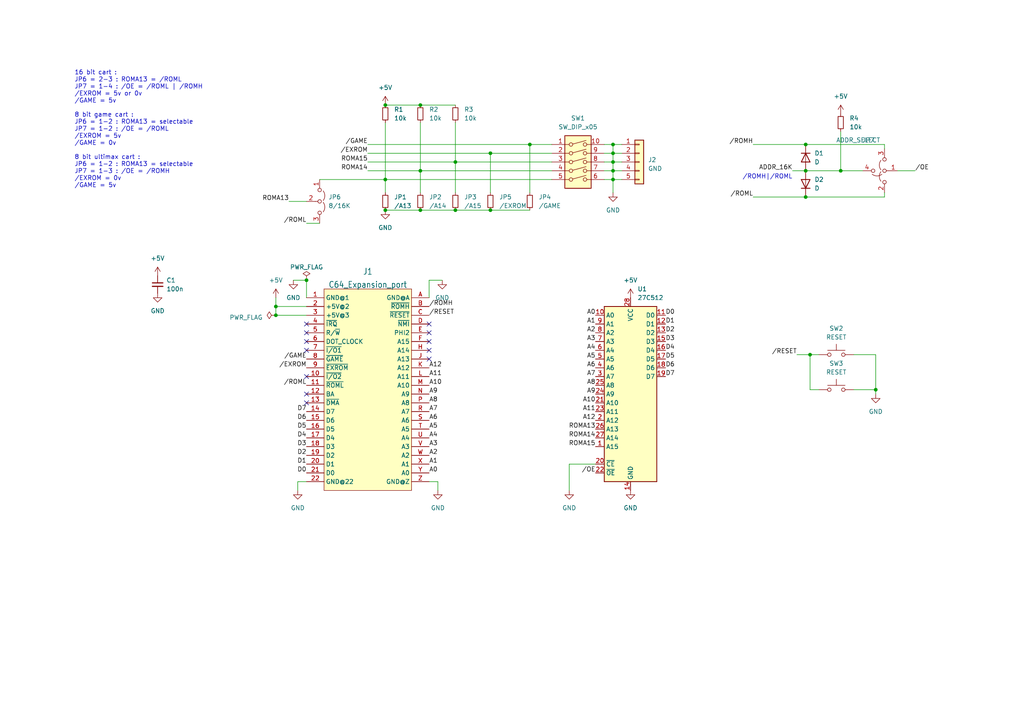
<source format=kicad_sch>
(kicad_sch (version 20230121) (generator eeschema)
  (paper "A4")
  (title_block (title "C64-VersaCart") (date "2023-02-19") (rev "0.1") (company "FLACO 2023") (comment 1 "Adapted from https://github.com/bwack/Versa64Cart"))
  (lib_symbols
    (symbol "Connector_Generic:Conn_01x05" (pin_names (offset 1.016) hide)
      (property "Reference" "J" (at 0 7.62 0))
      (property "Value" "Conn_01x05" (at 0 -7.62 0))
      (symbol "Conn_01x05_1_1"
        (rectangle (start -1.27 -4.953) (end 0 -5.207) (stroke (width 0.1524)))
        (rectangle (start -1.27 -2.413) (end 0 -2.667) (stroke (width 0.1524)))
        (rectangle (start -1.27 0.127) (end 0 -0.127) (stroke (width 0.1524)))
        (rectangle (start -1.27 2.667) (end 0 2.413) (stroke (width 0.1524)))
        (rectangle (start -1.27 5.207) (end 0 4.953) (stroke (width 0.1524)))
        (rectangle (start -1.27 6.35) (end 1.27 -6.35) (stroke (width 0.254)) (fill (type background)))
        (pin passive line (at -5.08 5.08 0) (length 3.81) (name "Pin_1") (number "1"))
        (pin passive line (at -5.08 2.54 0) (length 3.81) (name "Pin_2") (number "2"))
        (pin passive line (at -5.08 0 0) (length 3.81) (name "Pin_3") (number "3"))
        (pin passive line (at -5.08 -2.54 0) (length 3.81) (name "Pin_4") (number "4"))
        (pin passive line (at -5.08 -5.08 0) (length 3.81) (name "Pin_5") (number "5"))
      )
    )
    (symbol "Device:C_Small" (pin_numbers hide) (pin_names (offset 0.254) hide)
      (property "Reference" "C" (at 0.254 1.778 0))
      (property "Value" "C_Small" (at 0.254 -2.032 0))
      (symbol "C_Small_0_1"
        (polyline (pts (xy -1.524 -0.508) (xy 1.524 -0.508)) (stroke (width 0.3302)))
        (polyline (pts (xy -1.524 0.508) (xy 1.524 0.508)) (stroke (width 0.3048)))
      )
      (symbol "C_Small_1_1"
        (pin passive line (at 0 2.54 270) (length 2.032) (name "~") (number "1"))
        (pin passive line (at 0 -2.54 90) (length 2.032) (name "~") (number "2"))
      )
    )
    (symbol "Device:D" (pin_numbers hide) (pin_names (offset 1.016) hide)
      (property "Reference" "D" (at 0 2.54 0))
      (property "Value" "D" (at 0 -2.54 0))
      (symbol "D_0_1"
        (polyline (pts (xy -1.27 1.27) (xy -1.27 -1.27)) (stroke (width 0.254)))
        (polyline (pts (xy 1.27 0) (xy -1.27 0)))
        (polyline (pts (xy 1.27 1.27) (xy 1.27 -1.27) (xy -1.27 0) (xy 1.27 1.27)) (stroke (width 0.254)))
      )
      (symbol "D_1_1"
        (pin passive line (at -3.81 0 0) (length 2.54) (name "K") (number "1"))
        (pin passive line (at 3.81 0 180) (length 2.54) (name "A") (number "2"))
      )
    )
    (symbol "Device:R_Small" (pin_numbers hide) (pin_names (offset 0.254) hide)
      (property "Reference" "R" (at 0.762 0.508 0))
      (property "Value" "R_Small" (at 0.762 -1.016 0))
      (symbol "R_Small_0_1"
        (rectangle (start -0.762 1.778) (end 0.762 -1.778) (stroke (width 0.2032)))
      )
      (symbol "R_Small_1_1"
        (pin passive line (at 0 2.54 270) (length 0.762) (name "~") (number "1"))
        (pin passive line (at 0 -2.54 90) (length 0.762) (name "~") (number "2"))
      )
    )
    (symbol "Jumper:Jumper_3_Open" (pin_names (offset 0) hide)
      (property "Reference" "JP" (at -2.54 -2.54 0))
      (property "Value" "Jumper_3_Open" (at 0 2.794 0))
      (symbol "Jumper_3_Open_0_0"
        (circle (center -3.302 0) (radius 0.508))
        (circle (center 0 0) (radius 0.508))
        (circle (center 3.302 0) (radius 0.508))
      )
      (symbol "Jumper_3_Open_0_1"
        (arc (start -0.254 1.016) (mid -1.651 1.4992) (end -3.048 1.016))
        (polyline (pts (xy 0 -0.508) (xy 0 -1.27)))
        (arc (start 3.048 1.016) (mid 1.651 1.4992) (end 0.254 1.016))
      )
      (symbol "Jumper_3_Open_1_1"
        (pin passive line (at -6.35 0 0) (length 2.54) (name "A") (number "1"))
        (pin passive line (at 0 -3.81 90) (length 2.54) (name "C") (number "2"))
        (pin passive line (at 6.35 0 180) (length 2.54) (name "B") (number "3"))
      )
    )
    (symbol "Memory_EPROM:27C512"
      (property "Reference" "U" (at -7.62 26.67 0))
      (property "Value" "27C512" (at 2.54 -26.67 0))
      (symbol "27C512_1_1"
        (rectangle (start -7.62 25.4) (end 7.62 -25.4) (stroke (width 0.254)) (fill (type background)))
        (pin input line (at -10.16 -15.24 0) (length 2.54) (name "A15") (number "1"))
        (pin input line (at -10.16 22.86 0) (length 2.54) (name "A0") (number "10"))
        (pin tri_state line (at 10.16 22.86 180) (length 2.54) (name "D0") (number "11"))
        (pin tri_state line (at 10.16 20.32 180) (length 2.54) (name "D1") (number "12"))
        (pin tri_state line (at 10.16 17.78 180) (length 2.54) (name "D2") (number "13"))
        (pin power_in line (at 0 -27.94 90) (length 2.54) (name "GND") (number "14"))
        (pin tri_state line (at 10.16 15.24 180) (length 2.54) (name "D3") (number "15"))
        (pin tri_state line (at 10.16 12.7 180) (length 2.54) (name "D4") (number "16"))
        (pin tri_state line (at 10.16 10.16 180) (length 2.54) (name "D5") (number "17"))
        (pin tri_state line (at 10.16 7.62 180) (length 2.54) (name "D6") (number "18"))
        (pin tri_state line (at 10.16 5.08 180) (length 2.54) (name "D7") (number "19"))
        (pin input line (at -10.16 -7.62 0) (length 2.54) (name "A12") (number "2"))
        (pin input line (at -10.16 -20.32 0) (length 2.54) (name "~{CE}") (number "20"))
        (pin input line (at -10.16 -2.54 0) (length 2.54) (name "A10") (number "21"))
        (pin input line (at -10.16 -22.86 0) (length 2.54) (name "~{OE}") (number "22"))
        (pin input line (at -10.16 -5.08 0) (length 2.54) (name "A11") (number "23"))
        (pin input line (at -10.16 0 0) (length 2.54) (name "A9") (number "24"))
        (pin input line (at -10.16 2.54 0) (length 2.54) (name "A8") (number "25"))
        (pin input line (at -10.16 -10.16 0) (length 2.54) (name "A13") (number "26"))
        (pin input line (at -10.16 -12.7 0) (length 2.54) (name "A14") (number "27"))
        (pin power_in line (at 0 27.94 270) (length 2.54) (name "VCC") (number "28"))
        (pin input line (at -10.16 5.08 0) (length 2.54) (name "A7") (number "3"))
        (pin input line (at -10.16 7.62 0) (length 2.54) (name "A6") (number "4"))
        (pin input line (at -10.16 10.16 0) (length 2.54) (name "A5") (number "5"))
        (pin input line (at -10.16 12.7 0) (length 2.54) (name "A4") (number "6"))
        (pin input line (at -10.16 15.24 0) (length 2.54) (name "A3") (number "7"))
        (pin input line (at -10.16 17.78 0) (length 2.54) (name "A2") (number "8"))
        (pin input line (at -10.16 20.32 0) (length 2.54) (name "A1") (number "9"))
      )
    )
    (symbol "Sassa:C64_Expansion_port"
      (property "Reference" "J" (at -12.7 27.94 0))
      (property "Value" "C64_Expansion_port" (at -12.7 -33.02 0))
      (symbol "C64_Expansion_port_0_1"
        (rectangle (start -12.7 27.94) (end 12.7 -30.48) (fill (type background)))
      )
      (symbol "C64_Expansion_port_1_0"
        (pin power_in line (at -17.78 25.4 0) (length 5.08) (name "GND@1") (number "1"))
        (pin output line (at -17.78 2.54 0) (length 5.08) (name "~{I/O2}") (number "10"))
        (pin output line (at -17.78 0 0) (length 5.08) (name "~{ROML}") (number "11"))
        (pin output line (at -17.78 -2.54 0) (length 5.08) (name "BA") (number "12"))
        (pin input line (at -17.78 -5.08 0) (length 5.08) (name "~{DMA}") (number "13"))
        (pin bidirectional line (at -17.78 -7.62 0) (length 5.08) (name "D7") (number "14"))
        (pin bidirectional line (at -17.78 -10.16 0) (length 5.08) (name "D6") (number "15"))
        (pin bidirectional line (at -17.78 -12.7 0) (length 5.08) (name "D5") (number "16"))
        (pin bidirectional line (at -17.78 -15.24 0) (length 5.08) (name "D4") (number "17"))
        (pin bidirectional line (at -17.78 -17.78 0) (length 5.08) (name "D3") (number "18"))
        (pin bidirectional line (at -17.78 -20.32 0) (length 5.08) (name "D2") (number "19"))
        (pin power_in line (at -17.78 22.86 0) (length 5.08) (name "+5V@2") (number "2"))
        (pin bidirectional line (at -17.78 -22.86 0) (length 5.08) (name "D1") (number "20"))
        (pin bidirectional line (at -17.78 -25.4 0) (length 5.08) (name "D0") (number "21"))
        (pin power_in line (at -17.78 -27.94 0) (length 5.08) (name "GND@22") (number "22"))
        (pin power_in line (at -17.78 20.32 0) (length 5.08) (name "+5V@3") (number "3"))
        (pin input line (at -17.78 17.78 0) (length 5.08) (name "~{IRQ}") (number "4"))
        (pin output line (at -17.78 15.24 0) (length 5.08) (name "R/~{W}") (number "5"))
        (pin output line (at -17.78 12.7 0) (length 5.08) (name "DOT_CLOCK") (number "6"))
        (pin output line (at -17.78 10.16 0) (length 5.08) (name "~{I/O1}") (number "7"))
        (pin input line (at -17.78 7.62 0) (length 5.08) (name "~{GAME}") (number "8"))
        (pin input line (at -17.78 5.08 0) (length 5.08) (name "~{EXROM}") (number "9"))
        (pin power_in line (at 17.78 25.4 180) (length 5.08) (name "GND@A") (number "A"))
        (pin output line (at 17.78 22.86 180) (length 5.08) (name "~{ROMH}") (number "B"))
        (pin open_collector line (at 17.78 20.32 180) (length 5.08) (name "~{RESET}") (number "C"))
        (pin input line (at 17.78 17.78 180) (length 5.08) (name "~{NMI}") (number "D"))
        (pin output line (at 17.78 15.24 180) (length 5.08) (name "PHI2") (number "E"))
        (pin bidirectional line (at 17.78 12.7 180) (length 5.08) (name "A15") (number "F"))
        (pin bidirectional line (at 17.78 10.16 180) (length 5.08) (name "A14") (number "H"))
        (pin bidirectional line (at 17.78 7.62 180) (length 5.08) (name "A13") (number "J"))
        (pin bidirectional line (at 17.78 5.08 180) (length 5.08) (name "A12") (number "K"))
        (pin bidirectional line (at 17.78 2.54 180) (length 5.08) (name "A11") (number "L"))
        (pin bidirectional line (at 17.78 0 180) (length 5.08) (name "A10") (number "M"))
        (pin bidirectional line (at 17.78 -2.54 180) (length 5.08) (name "A9") (number "N"))
        (pin bidirectional line (at 17.78 -5.08 180) (length 5.08) (name "A8") (number "P"))
        (pin bidirectional line (at 17.78 -7.62 180) (length 5.08) (name "A7") (number "R"))
        (pin bidirectional line (at 17.78 -10.16 180) (length 5.08) (name "A6") (number "S"))
        (pin bidirectional line (at 17.78 -12.7 180) (length 5.08) (name "A5") (number "T"))
        (pin bidirectional line (at 17.78 -15.24 180) (length 5.08) (name "A4") (number "U"))
        (pin bidirectional line (at 17.78 -17.78 180) (length 5.08) (name "A3") (number "V"))
        (pin bidirectional line (at 17.78 -20.32 180) (length 5.08) (name "A2") (number "W"))
        (pin bidirectional line (at 17.78 -22.86 180) (length 5.08) (name "A1") (number "X"))
        (pin bidirectional line (at 17.78 -25.4 180) (length 5.08) (name "A0") (number "Y"))
        (pin power_in line (at 17.78 -27.94 180) (length 5.08) (name "GND@Z") (number "Z"))
      )
    )
    (symbol "Sassa:Jumper_4_Open" (pin_names (offset 0) hide)
      (property "Reference" "JP" (at -2.54 -2.54 0))
      (property "Value" "Jumper_4_Open" (at -10.16 3.81 0))
      (symbol "Jumper_4_Open_0_0"
        (circle (center -3.302 0) (radius 0.508))
        (circle (center 0 0) (radius 0.508))
        (circle (center 0 3.302) (radius 0.508))
        (circle (center 3.302 0) (radius 0.508))
      )
      (symbol "Jumper_4_Open_0_1"
        (arc (start -1.016 3.556) (mid -1.4992 2.159) (end -1.016 0.762))
        (arc (start -0.254 1.016) (mid -1.651 1.4992) (end -3.048 1.016))
        (polyline (pts (xy 0 -0.508) (xy 0 -1.27)))
        (arc (start 3.048 1.016) (mid 1.651 1.4992) (end 0.254 1.016))
      )
      (symbol "Jumper_4_Open_1_1"
        (pin passive line (at 0 -3.81 90) (length 2.54) (name "A") (number "1"))
        (pin passive line (at -6.35 0 0) (length 2.54) (name "B") (number "2"))
        (pin passive line (at 6.35 0 180) (length 2.54) (name "B") (number "3"))
        (pin passive line (at 0 6.35 270) (length 2.54) (name "D") (number "4"))
      )
    )
    (symbol "Switch:SW_DIP_x05" (pin_names (offset 0) hide)
      (property "Reference" "SW" (at 0 8.89 0))
      (property "Value" "SW_DIP_x05" (at 0 -8.89 0))
      (symbol "SW_DIP_x05_0_0"
        (circle (center -2.032 -5.08) (radius 0.508))
        (circle (center -2.032 -2.54) (radius 0.508))
        (circle (center -2.032 0) (radius 0.508))
        (circle (center -2.032 2.54) (radius 0.508))
        (circle (center -2.032 5.08) (radius 0.508))
        (polyline (pts (xy -1.524 -4.9276) (xy 2.3622 -3.8862)))
        (polyline (pts (xy -1.524 -2.3876) (xy 2.3622 -1.3462)))
        (polyline (pts (xy -1.524 0.127) (xy 2.3622 1.1684)))
        (polyline (pts (xy -1.524 2.667) (xy 2.3622 3.7084)))
        (polyline (pts (xy -1.524 5.207) (xy 2.3622 6.2484)))
        (circle (center 2.032 -5.08) (radius 0.508))
        (circle (center 2.032 -2.54) (radius 0.508))
        (circle (center 2.032 0) (radius 0.508))
        (circle (center 2.032 2.54) (radius 0.508))
        (circle (center 2.032 5.08) (radius 0.508))
      )
      (symbol "SW_DIP_x05_0_1"
        (rectangle (start -3.81 7.62) (end 3.81 -7.62) (stroke (width 0.254)) (fill (type background)))
      )
      (symbol "SW_DIP_x05_1_1"
        (pin passive line (at -7.62 5.08 0) (length 5.08) (name "~") (number "1"))
        (pin passive line (at 7.62 5.08 180) (length 5.08) (name "~") (number "10"))
        (pin passive line (at -7.62 2.54 0) (length 5.08) (name "~") (number "2"))
        (pin passive line (at -7.62 0 0) (length 5.08) (name "~") (number "3"))
        (pin passive line (at -7.62 -2.54 0) (length 5.08) (name "~") (number "4"))
        (pin passive line (at -7.62 -5.08 0) (length 5.08) (name "~") (number "5"))
        (pin passive line (at 7.62 -5.08 180) (length 5.08) (name "~") (number "6"))
        (pin passive line (at 7.62 -2.54 180) (length 5.08) (name "~") (number "7"))
        (pin passive line (at 7.62 0 180) (length 5.08) (name "~") (number "8"))
        (pin passive line (at 7.62 2.54 180) (length 5.08) (name "~") (number "9"))
      )
    )
    (symbol "Switch:SW_Push" (pin_numbers hide) (pin_names (offset 1.016) hide)
      (property "Reference" "SW" (at 1.27 2.54 0))
      (property "Value" "SW_Push" (at 0 -1.524 0))
      (symbol "SW_Push_0_1"
        (circle (center -2.032 0) (radius 0.508))
        (polyline (pts (xy 0 1.27) (xy 0 3.048)))
        (polyline (pts (xy 2.54 1.27) (xy -2.54 1.27)))
        (circle (center 2.032 0) (radius 0.508))
        (pin passive line (at -5.08 0 0) (length 2.54) (name "1") (number "1"))
        (pin passive line (at 5.08 0 180) (length 2.54) (name "2") (number "2"))
      )
    )
    (symbol "power:+5V" (power) (pin_names (offset 0))
      (property "Value" "+5V" (at 0 3.556 0))
      (symbol "+5V_0_1"
        (polyline (pts (xy -0.762 1.27) (xy 0 2.54)))
        (polyline (pts (xy 0 0) (xy 0 2.54)))
        (polyline (pts (xy 0 2.54) (xy 0.762 1.27)))
      )
      (symbol "+5V_1_1"
        (pin power_in line (at 0 0 90) (length 0) hide (name "+5V") (number "1"))
      )
    )
    (symbol "power:GND" (power) (pin_names (offset 0))
      (property "Value" "GND" (at 0 -3.81 0))
      (symbol "GND_0_1"
        (polyline (pts (xy 0 0) (xy 0 -1.27) (xy 1.27 -1.27) (xy 0 -2.54) (xy -1.27 -1.27) (xy 0 -1.27)))
      )
      (symbol "GND_1_1"
        (pin power_in line (at 0 0 270) (length 0) hide (name "GND") (number "1"))
      )
    )
    (symbol "power:PWR_FLAG" (power) (pin_numbers hide) (pin_names (offset 0) hide)
      (property "Value" "PWR_FLAG" (at 0 3.81 0))
      (symbol "PWR_FLAG_0_0"
        (pin power_out line (at 0 0 90) (length 0) (name "pwr") (number "1"))
      )
      (symbol "PWR_FLAG_0_1"
        (polyline (pts (xy 0 0) (xy 0 1.27) (xy -1.016 1.905) (xy 0 2.54) (xy 1.016 1.905) (xy 0 1.27)))
      )
    )
  )
  (junction (at 121.92 49.53))
  (junction (at 233.68 57.15))
  (junction (at 111.76 60.96))
  (junction (at 233.68 49.53))
  (junction (at 121.92 60.96))
  (junction (at 233.68 41.91))
  (junction (at 88.9 81.28))
  (junction (at 111.76 30.48))
  (junction (at 132.08 60.96))
  (junction (at 80.01 88.9))
  (junction (at 121.92 30.48))
  (junction (at 177.8 49.53))
  (junction (at 142.24 44.45))
  (junction (at 153.67 41.91))
  (junction (at 243.84 49.53))
  (junction (at 80.01 91.44))
  (junction (at 177.8 52.07))
  (junction (at 111.76 52.07))
  (junction (at 234.95 102.87))
  (junction (at 254 113.03))
  (junction (at 142.24 60.96))
  (junction (at 177.8 44.45))
  (junction (at 177.8 46.99))
  (junction (at 177.8 41.91))
  (junction (at 132.08 46.99))
  (no_connect (at 88.9 101.6))
  (no_connect (at 88.9 99.06))
  (no_connect (at 124.46 96.52))
  (no_connect (at 88.9 109.22))
  (no_connect (at 88.9 93.98))
  (no_connect (at 88.9 116.84))
  (no_connect (at 124.46 99.06))
  (no_connect (at 124.46 104.14))
  (no_connect (at 124.46 93.98))
  (no_connect (at 124.46 101.6))
  (no_connect (at 88.9 114.3))
  (no_connect (at 88.9 96.52))
  (wire (pts (xy 256.54 41.91) (xy 233.68 41.91)))
  (wire (pts (xy 111.76 30.48) (xy 121.92 30.48)))
  (wire (pts (xy 177.8 44.45) (xy 177.8 46.99)))
  (wire (pts (xy 111.76 60.96) (xy 121.92 60.96)))
  (wire (pts (xy 142.24 60.96) (xy 153.67 60.96)))
  (wire (pts (xy 132.08 46.99) (xy 132.08 55.88)))
  (wire (pts (xy 106.68 46.99) (xy 132.08 46.99)))
  (wire (pts (xy 124.46 86.36) (xy 124.46 81.28)))
  (wire (pts (xy 177.8 44.45) (xy 180.34 44.45)))
  (wire (pts (xy 177.8 52.07) (xy 177.8 55.88)))
  (wire (pts (xy 256.54 57.15) (xy 256.54 55.88)))
  (wire (pts (xy 83.82 58.42) (xy 88.9 58.42)))
  (wire (pts (xy 121.92 30.48) (xy 132.08 30.48)))
  (wire (pts (xy 88.9 86.36) (xy 88.9 81.28)))
  (wire (pts (xy 243.84 38.1) (xy 243.84 49.53)))
  (wire (pts (xy 165.1 134.62) (xy 165.1 142.24)))
  (wire (pts (xy 229.87 49.53) (xy 233.68 49.53)))
  (wire (pts (xy 80.01 88.9) (xy 80.01 86.36)))
  (wire (pts (xy 177.8 49.53) (xy 177.8 52.07)))
  (wire (pts (xy 260.35 49.53) (xy 265.43 49.53)))
  (wire (pts (xy 247.65 102.87) (xy 254 102.87)))
  (wire (pts (xy 177.8 41.91) (xy 180.34 41.91)))
  (wire (pts (xy 153.67 41.91) (xy 153.67 55.88)))
  (wire (pts (xy 231.14 102.87) (xy 234.95 102.87)))
  (wire (pts (xy 124.46 81.28) (xy 128.27 81.28)))
  (wire (pts (xy 177.8 41.91) (xy 177.8 44.45)))
  (wire (pts (xy 256.54 41.91) (xy 256.54 43.18)))
  (wire (pts (xy 111.76 52.07) (xy 160.02 52.07)))
  (wire (pts (xy 177.8 46.99) (xy 180.34 46.99)))
  (wire (pts (xy 121.92 49.53) (xy 160.02 49.53)))
  (wire (pts (xy 106.68 44.45) (xy 142.24 44.45)))
  (wire (pts (xy 88.9 64.77) (xy 92.71 64.77)))
  (wire (pts (xy 175.26 41.91) (xy 177.8 41.91)))
  (wire (pts (xy 80.01 91.44) (xy 80.01 88.9)))
  (wire (pts (xy 111.76 35.56) (xy 111.76 52.07)))
  (wire (pts (xy 88.9 139.7) (xy 86.36 139.7)))
  (wire (pts (xy 243.84 49.53) (xy 250.19 49.53)))
  (wire (pts (xy 172.72 134.62) (xy 165.1 134.62)))
  (wire (pts (xy 218.44 57.15) (xy 233.68 57.15)))
  (wire (pts (xy 177.8 52.07) (xy 180.34 52.07)))
  (wire (pts (xy 132.08 60.96) (xy 142.24 60.96)))
  (wire (pts (xy 175.26 52.07) (xy 177.8 52.07)))
  (wire (pts (xy 234.95 102.87) (xy 237.49 102.87)))
  (wire (pts (xy 177.8 49.53) (xy 180.34 49.53)))
  (wire (pts (xy 247.65 113.03) (xy 254 113.03)))
  (wire (pts (xy 218.44 41.91) (xy 233.68 41.91)))
  (wire (pts (xy 92.71 52.07) (xy 111.76 52.07)))
  (wire (pts (xy 142.24 44.45) (xy 142.24 55.88)))
  (wire (pts (xy 121.92 60.96) (xy 132.08 60.96)))
  (wire (pts (xy 153.67 41.91) (xy 160.02 41.91)))
  (wire (pts (xy 142.24 44.45) (xy 160.02 44.45)))
  (wire (pts (xy 237.49 113.03) (xy 234.95 113.03)))
  (wire (pts (xy 121.92 35.56) (xy 121.92 49.53)))
  (wire (pts (xy 175.26 49.53) (xy 177.8 49.53)))
  (wire (pts (xy 127 139.7) (xy 127 142.24)))
  (wire (pts (xy 132.08 35.56) (xy 132.08 46.99)))
  (wire (pts (xy 80.01 88.9) (xy 88.9 88.9)))
  (wire (pts (xy 254 102.87) (xy 254 113.03)))
  (wire (pts (xy 88.9 81.28) (xy 85.09 81.28)))
  (wire (pts (xy 254 114.3) (xy 254 113.03)))
  (wire (pts (xy 121.92 49.53) (xy 121.92 55.88)))
  (wire (pts (xy 132.08 46.99) (xy 160.02 46.99)))
  (wire (pts (xy 177.8 46.99) (xy 177.8 49.53)))
  (wire (pts (xy 175.26 44.45) (xy 177.8 44.45)))
  (wire (pts (xy 106.68 49.53) (xy 121.92 49.53)))
  (wire (pts (xy 111.76 52.07) (xy 111.76 55.88)))
  (wire (pts (xy 233.68 57.15) (xy 256.54 57.15)))
  (wire (pts (xy 234.95 113.03) (xy 234.95 102.87)))
  (wire (pts (xy 233.68 49.53) (xy 243.84 49.53)))
  (wire (pts (xy 175.26 46.99) (xy 177.8 46.99)))
  (wire (pts (xy 86.36 139.7) (xy 86.36 142.24)))
  (wire (pts (xy 106.68 41.91) (xy 153.67 41.91)))
  (wire (pts (xy 88.9 91.44) (xy 80.01 91.44)))
  (wire (pts (xy 124.46 139.7) (xy 127 139.7)))
  (text "/ROMH|/ROML" (at 229.87 52.07 0) (effects (font (size 1.27 1.27)) (justify right bottom)))
  (text "16 bit cart :\nJP6 = 2-3 : ROMA13 = /ROML\nJP7 = 1-4 : /OE = /ROML | /ROMH \n/EXROM = 5v or 0v\n/GAME = 5v\n\n8 bit game cart :\nJP6 = 1-2 : ROMA13 = selectable\nJP7 = 1-2 : /OE = /ROML\n/EXROM = 5v\n/GAME = 0v\n\n8 bit ultimax cart :\nJP6 = 1-2 : ROMA13 = selectable\nJP7 = 1-3 : /OE = /ROMH\n/EXROM = 0v\n/GAME = 5v" (at 21.59 54.61 0) (effects (font (size 1.27 1.27)) (justify left bottom)))
  (label "D3" (at 193.04 99.06 0))
  (label "D5" (at 193.04 104.14 0))
  (label "D1" (at 88.9 134.62 180))
  (label "A11" (at 124.46 109.22 0))
  (label "A2" (at 124.46 132.08 0))
  (label "A7" (at 172.72 109.22 180))
  (label "A3" (at 124.46 129.54 0))
  (label "ROMA15" (at 172.72 129.54 180))
  (label "A12" (at 172.72 121.92 180))
  (label "D7" (at 193.04 109.22 0))
  (label "{slash}OE" (at 172.72 137.16 180))
  (label "A6" (at 124.46 121.92 0))
  (label "A8" (at 124.46 116.84 0))
  (label "{slash}OE" (at 265.43 49.53 0))
  (label "{slash}EXROM" (at 88.9 106.68 180))
  (label "{slash}ROMH" (at 218.44 41.91 180))
  (label "{slash}ROML" (at 88.9 111.76 180))
  (label "{slash}RESET" (at 231.14 102.87 180))
  (label "ROMA14" (at 106.68 49.53 180))
  (label "A10" (at 124.46 111.76 0))
  (label "A0" (at 124.46 137.16 0))
  (label "A6" (at 172.72 106.68 180))
  (label "D6" (at 193.04 106.68 0))
  (label "D2" (at 88.9 132.08 180))
  (label "A5" (at 124.46 124.46 0))
  (label "{slash}ROML" (at 88.9 64.77 180))
  (label "D4" (at 88.9 127 180))
  (label "{slash}RESET" (at 124.46 91.44 0))
  (label "{slash}GAME" (at 106.68 41.91 180))
  (label "A4" (at 172.72 101.6 180))
  (label "D5" (at 88.9 124.46 180))
  (label "A10" (at 172.72 116.84 180))
  (label "D3" (at 88.9 129.54 180))
  (label "D7" (at 88.9 119.38 180))
  (label "ROMA13" (at 83.82 58.42 180))
  (label "{slash}ROMH" (at 124.46 88.9 0))
  (label "ROMA13" (at 172.72 124.46 180))
  (label "A12" (at 124.46 106.68 0))
  (label "A3" (at 172.72 99.06 180))
  (label "ROMA14" (at 172.72 127 180))
  (label "A1" (at 172.72 93.98 180))
  (label "A9" (at 124.46 114.3 0))
  (label "D0" (at 88.9 137.16 180))
  (label "A11" (at 172.72 119.38 180))
  (label "D6" (at 88.9 121.92 180))
  (label "A7" (at 124.46 119.38 0))
  (label "ADDR_16K" (at 229.87 49.53 180))
  (label "A0" (at 172.72 91.44 180))
  (label "A5" (at 172.72 104.14 180))
  (label "D2" (at 193.04 96.52 0))
  (label "D0" (at 193.04 91.44 0))
  (label "{slash}ROML" (at 218.44 57.15 180))
  (label "D4" (at 193.04 101.6 0))
  (label "A8" (at 172.72 111.76 180))
  (label "ROMA15" (at 106.68 46.99 180))
  (label "{slash}GAME" (at 88.9 104.14 180))
  (label "D1" (at 193.04 93.98 0))
  (label "A9" (at 172.72 114.3 180))
  (label "A1" (at 124.46 134.62 0))
  (label "A4" (at 124.46 127 0))
  (label "{slash}EXROM" (at 106.68 44.45 180))
  (label "A2" (at 172.72 96.52 180))
  (symbol (lib_id "power:GND") (at 182.88 142.24 0) (unit 1)
    (property "Reference" "#PWR011" (effects hide))
    (property "Value" "GND" (at 182.88 147.32 0))
  )
  (symbol (lib_id "Switch:SW_DIP_x05") (at 167.64 46.99 0) (unit 1)
    (property "Reference" "SW1" (at 167.64 34.29 0))
    (property "Value" "SW_DIP_x05" (at 167.64 36.83 0))
    (property "Footprint" "Button_Switch_THT:SW_DIP_SPSTx05_Slide_9.78x14.88mm_W7.62mm_P2.54mm" (effects hide))
  )
  (symbol (lib_id "Device:R_Small") (at 111.76 58.42 0) (unit 1)
    (property "Reference" "JP1" (at 114.3 57.1499 0) (effects (justify left)))
    (property "Value" "/A13" (at 114.3 59.6899 0) (effects (justify left)))
    (property "Footprint" "Jumper:SolderJumper-2_P1.3mm_Open_RoundedPad1.0x1.5mm" (effects hide))
  )
  (symbol (lib_id "power:PWR_FLAG") (at 80.01 91.44 90) (unit 1)
    (property "Reference" "#FLG02" (effects hide))
    (property "Value" "PWR_FLAG" (at 76.2 92.075 90) (effects (justify left)))
  )
  (symbol (lib_id "Sassa:C64_Expansion_port") (at 106.68 111.76 0) (unit 1)
    (property "Reference" "J1" (at 106.68 78.74 0) (effects (font (size 1.778 1.5113))))
    (property "Value" "C64_Expansion_port" (at 106.68 82.55 0) (effects (font (size 1.778 1.5113))))
    (property "Footprint" "Sassa:C64_Expansion_2x22_2.54mm" (effects hide))
  )
  (symbol (lib_id "Jumper:Jumper_3_Open") (at 92.71 58.42 270) (unit 1)
    (property "Reference" "JP6" (at 95.25 57.1499 90) (effects (justify left)))
    (property "Value" "8/16K" (at 95.25 59.6899 90) (effects (justify left)))
    (property "Footprint" "Sassa:Jumper_3_SPDT_P2.54mm_Vertical" (effects hide))
  )
  (symbol (lib_id "Device:R_Small") (at 121.92 58.42 0) (unit 1)
    (property "Reference" "JP2" (at 124.46 57.1499 0) (effects (justify left)))
    (property "Value" "/A14" (at 124.46 59.6899 0) (effects (justify left)))
    (property "Footprint" "Jumper:SolderJumper-2_P1.3mm_Open_RoundedPad1.0x1.5mm" (effects hide))
  )
  (symbol (lib_id "Device:R_Small") (at 132.08 58.42 0) (unit 1)
    (property "Reference" "JP3" (at 134.62 57.1499 0) (effects (justify left)))
    (property "Value" "/A15" (at 134.62 59.6899 0) (effects (justify left)))
    (property "Footprint" "Jumper:SolderJumper-2_P1.3mm_Open_RoundedPad1.0x1.5mm" (effects hide))
  )
  (symbol (lib_id "power:GND") (at 45.72 85.09 0) (unit 1)
    (property "Reference" "#PWR015" (effects hide))
    (property "Value" "GND" (at 45.72 90.17 0))
  )
  (symbol (lib_id "Switch:SW_Push") (at 242.57 113.03 0) (unit 1)
    (property "Reference" "SW3" (at 242.57 105.41 0))
    (property "Value" "RESET" (at 242.57 107.95 0))
    (property "Footprint" "Button_Switch_THT:SW_PUSH_6mm" (effects hide))
  )
  (symbol (lib_id "Device:R_Small") (at 132.08 33.02 0) (unit 1)
    (property "Reference" "R3" (at 134.62 31.7499 0) (effects (justify left)))
    (property "Value" "10k" (at 134.62 34.2899 0) (effects (justify left)))
    (property "Footprint" "Sassa:C_0805_2012Metric_shortable" (effects hide))
  )
  (symbol (lib_id "Memory_EPROM:27C512") (at 182.88 114.3 0) (unit 1)
    (property "Reference" "U1" (at 184.8994 83.82 0) (effects (justify left)))
    (property "Value" "27C512" (at 184.8994 86.36 0) (effects (justify left)))
    (property "Footprint" "Package_DIP:DIP-28_W15.24mm" (effects hide))
    (property "Datasheet" "http://ww1.microchip.com/downloads/en/DeviceDoc/doc0015.pdf" (effects hide))
  )
  (symbol (lib_id "Connector_Generic:Conn_01x05") (at 185.42 46.99 0) (unit 1)
    (property "Reference" "J2" (at 187.96 46.355 0) (effects (justify left)))
    (property "Value" "GND" (at 187.96 48.895 0) (effects (justify left)))
    (property "Footprint" "Connector_PinHeader_2.54mm:PinHeader_1x05_P2.54mm_Vertical" (effects hide))
  )
  (symbol (lib_id "Device:R_Small") (at 153.67 58.42 0) (unit 1)
    (property "Reference" "JP4" (at 156.21 57.1499 0) (effects (justify left)))
    (property "Value" "/GAME" (at 156.21 59.6899 0) (effects (justify left)))
    (property "Footprint" "Jumper:SolderJumper-2_P1.3mm_Open_RoundedPad1.0x1.5mm" (effects hide))
  )
  (symbol (lib_id "power:+5V") (at 80.01 86.36 0) (unit 1)
    (property "Reference" "#PWR01" (effects hide))
    (property "Value" "+5V" (at 80.01 81.28 0))
  )
  (symbol (lib_id "power:+5V") (at 243.84 33.02 0) (unit 1)
    (property "Reference" "#PWR012" (effects hide))
    (property "Value" "+5V" (at 243.84 27.94 0))
  )
  (symbol (lib_id "power:GND") (at 86.36 142.24 0) (unit 1)
    (property "Reference" "#PWR03" (effects hide))
    (property "Value" "GND" (at 86.36 147.32 0))
  )
  (symbol (lib_id "Device:C_Small") (at 45.72 82.55 0) (unit 1)
    (property "Reference" "C1" (at 48.26 81.2862 0) (effects (justify left)))
    (property "Value" "100n" (at 48.26 83.8262 0) (effects (justify left)))
    (property "Footprint" "Capacitor_SMD:C_0805_2012Metric" (effects hide))
  )
  (symbol (lib_id "power:GND") (at 111.76 60.96 0) (unit 1)
    (property "Reference" "#PWR05" (effects hide))
    (property "Value" "GND" (at 111.76 66.04 0))
  )
  (symbol (lib_id "power:+5V") (at 45.72 80.01 0) (unit 1)
    (property "Reference" "#PWR014" (effects hide))
    (property "Value" "+5V" (at 45.72 74.93 0))
  )
  (symbol (lib_id "power:+5V") (at 111.76 30.48 0) (unit 1)
    (property "Reference" "#PWR04" (effects hide))
    (property "Value" "+5V" (at 111.76 25.4 0))
  )
  (symbol (lib_id "Device:R_Small") (at 142.24 58.42 0) (unit 1)
    (property "Reference" "JP5" (at 144.78 57.1499 0) (effects (justify left)))
    (property "Value" "/EXROM" (at 144.78 59.6899 0) (effects (justify left)))
    (property "Footprint" "Jumper:SolderJumper-2_P1.3mm_Open_RoundedPad1.0x1.5mm" (effects hide))
  )
  (symbol (lib_id "power:GND") (at 165.1 142.24 0) (unit 1)
    (property "Reference" "#PWR08" (effects hide))
    (property "Value" "GND" (at 165.1 147.32 0))
  )
  (symbol (lib_id "power:GND") (at 127 142.24 0) (unit 1)
    (property "Reference" "#PWR06" (effects hide))
    (property "Value" "GND" (at 127 147.32 0))
  )
  (symbol (lib_id "power:GND") (at 254 114.3 0) (unit 1)
    (property "Reference" "#PWR013" (effects hide))
    (property "Value" "GND" (at 254 119.38 0))
  )
  (symbol (lib_id "Device:R_Small") (at 243.84 35.56 0) (unit 1)
    (property "Reference" "R4" (at 246.38 34.2899 0) (effects (justify left)))
    (property "Value" "10k" (at 246.38 36.8299 0) (effects (justify left)))
    (property "Footprint" "Resistor_SMD:R_0805_2012Metric" (effects hide))
  )
  (symbol (lib_id "power:PWR_FLAG") (at 88.9 81.28 0) (unit 1)
    (property "Reference" "#FLG01" (effects hide))
    (property "Value" "PWR_FLAG" (at 88.9 77.47 0))
  )
  (symbol (lib_id "Sassa:Jumper_4_Open") (at 256.54 49.53 90) (unit 1)
    (property "Reference" "JP7" (at 251.841 40.64 90))
    (property "Value" "ADDR_SELECT" (at 248.92 40.64 90))
    (property "Footprint" "Sassa:Jumper_4_SPTT_P2.54mm_Vertical" (effects hide))
  )
  (symbol (lib_id "Device:R_Small") (at 121.92 33.02 0) (unit 1)
    (property "Reference" "R2" (at 124.46 31.7499 0) (effects (justify left)))
    (property "Value" "10k" (at 124.46 34.2899 0) (effects (justify left)))
    (property "Footprint" "Sassa:C_0805_2012Metric_shortable" (effects hide))
  )
  (symbol (lib_id "power:GND") (at 85.09 81.28 0) (unit 1)
    (property "Reference" "#PWR02" (effects hide))
    (property "Value" "GND" (at 85.09 86.36 0))
  )
  (symbol (lib_id "power:GND") (at 128.27 81.28 0) (unit 1)
    (property "Reference" "#PWR07" (effects hide))
    (property "Value" "GND" (at 128.27 86.36 0))
  )
  (symbol (lib_id "power:GND") (at 177.8 55.88 0) (unit 1)
    (property "Reference" "#PWR09" (effects hide))
    (property "Value" "GND" (at 177.8 60.96 0))
  )
  (symbol (lib_id "Device:D") (at 233.68 53.34 90) (unit 1)
    (property "Reference" "D2" (at 236.22 52.0699 90) (effects (justify right)))
    (property "Value" "D" (at 236.22 54.6099 90) (effects (justify right)))
    (property "Footprint" "Diode_SMD:D_0805_2012Metric" (effects hide))
    (property "Sim.Device" "D" (effects hide))
    (property "Sim.Pins" "1=K 2=A" (effects hide))
  )
  (symbol (lib_id "Device:R_Small") (at 111.76 33.02 0) (unit 1)
    (property "Reference" "R1" (at 114.3 31.7499 0) (effects (justify left)))
    (property "Value" "10k" (at 114.3 34.2899 0) (effects (justify left)))
    (property "Footprint" "Sassa:C_0805_2012Metric_shortable" (effects hide))
  )
  (symbol (lib_id "Switch:SW_Push") (at 242.57 102.87 0) (unit 1)
    (property "Reference" "SW2" (at 242.57 95.25 0))
    (property "Value" "RESET" (at 242.57 97.79 0))
    (property "Footprint" "Button_Switch_SMD:SW_SPST_FSMSM" (effects hide))
  )
  (symbol (lib_id "Device:D") (at 233.68 45.72 270) (unit 1)
    (property "Reference" "D1" (at 236.22 44.4499 90) (effects (justify left)))
    (property "Value" "D" (at 236.22 46.9899 90) (effects (justify left)))
    (property "Footprint" "Diode_SMD:D_0805_2012Metric" (effects hide))
    (property "Sim.Device" "D" (effects hide))
    (property "Sim.Pins" "1=K 2=A" (effects hide))
  )
  (symbol (lib_id "power:+5V") (at 182.88 86.36 0) (unit 1)
    (property "Reference" "#PWR010" (effects hide))
    (property "Value" "+5V" (at 182.88 81.28 0))
  )
)
</source>
